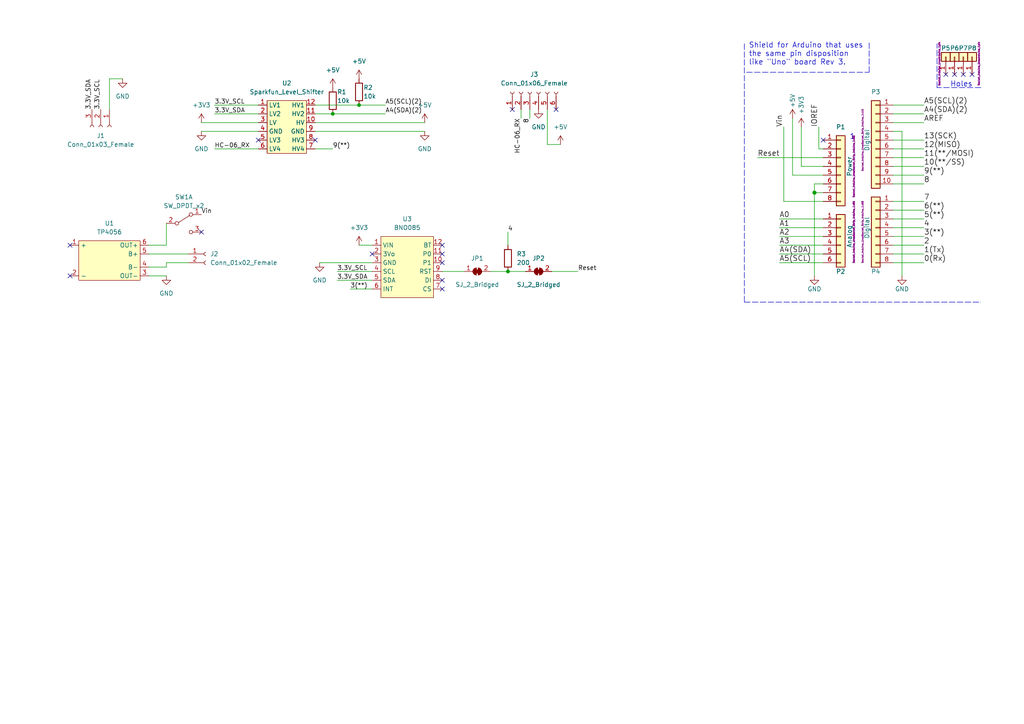
<source format=kicad_sch>
(kicad_sch (version 20211123) (generator eeschema)
  (paper "A4")
  (title_block (date "lun. 30 mars 2015"))
  (lib_symbols
    (symbol "Conn_01x08_1" (pin_names (offset 1.016) hide)
      (property "Reference" "P1" (at 0 11.43 0))
      (property "Value" "Power" (at 2.54 0 90))
      (property "Footprint" "Socket_Arduino_Uno:Socket_Strip_Arduino_1x08" (at 3.81 0 90))
      (symbol "Conn_01x08_1_1_1"
        (rectangle (start -1.27 -10.033) (end 0 -10.287) (stroke (width 0.1524)))
        (rectangle (start -1.27 -7.493) (end 0 -7.747) (stroke (width 0.1524)))
        (rectangle (start -1.27 -4.953) (end 0 -5.207) (stroke (width 0.1524)))
        (rectangle (start -1.27 -2.413) (end 0 -2.667) (stroke (width 0.1524)))
        (rectangle (start -1.27 0.127) (end 0 -0.127) (stroke (width 0.1524)))
        (rectangle (start -1.27 2.667) (end 0 2.413) (stroke (width 0.1524)))
        (rectangle (start -1.27 5.207) (end 0 4.953) (stroke (width 0.1524)))
        (rectangle (start -1.27 7.747) (end 0 7.493) (stroke (width 0.1524)))
        (rectangle (start -1.27 8.89) (end 1.27 -11.43) (stroke (width 0.254)) (fill (type background)))
        (pin passive line (at -5.08 7.62 0) (length 3.81) (name "Pin_1") (number "1"))
        (pin passive line (at -5.08 5.08 0) (length 3.81) (name "Pin_2") (number "2"))
        (pin passive line (at -5.08 2.54 0) (length 3.81) (name "Pin_3") (number "3"))
        (pin passive line (at -5.08 0 0) (length 3.81) (name "Pin_4") (number "4"))
        (pin passive line (at -5.08 -2.54 0) (length 3.81) (name "Pin_5") (number "5"))
        (pin passive line (at -5.08 -5.08 0) (length 3.81) (name "Pin_6") (number "6"))
        (pin passive line (at -5.08 -7.62 0) (length 3.81) (name "Pin_7") (number "7"))
        (pin passive line (at -5.08 -10.16 0) (length 3.81) (name "Pin_8") (number "8"))
      )
    )
    (symbol "Connector:Conn_01x02_Female" (pin_names (offset 1.016) hide)
      (property "Reference" "J" (at 0 2.54 0))
      (property "Value" "Conn_01x02_Female" (at 0 -5.08 0))
      (symbol "Conn_01x02_Female_1_1"
        (arc (start 0 -2.032) (mid -0.508 -2.54) (end 0 -3.048) (stroke (width 0.1524)))
        (polyline (pts (xy -1.27 -2.54) (xy -0.508 -2.54)) (stroke (width 0.1524)))
        (polyline (pts (xy -1.27 0) (xy -0.508 0)) (stroke (width 0.1524)))
        (arc (start 0 0.508) (mid -0.508 0) (end 0 -0.508) (stroke (width 0.1524)))
        (pin passive line (at -5.08 0 0) (length 3.81) (name "Pin_1") (number "1"))
        (pin passive line (at -5.08 -2.54 0) (length 3.81) (name "Pin_2") (number "2"))
      )
    )
    (symbol "Connector:Conn_01x03_Female" (pin_names (offset 1.016) hide)
      (property "Reference" "J" (at 0 5.08 0))
      (property "Value" "Conn_01x03_Female" (at 0 -5.08 0))
      (symbol "Conn_01x03_Female_1_1"
        (arc (start 0 -2.032) (mid -0.508 -2.54) (end 0 -3.048) (stroke (width 0.1524)))
        (polyline (pts (xy -1.27 -2.54) (xy -0.508 -2.54)) (stroke (width 0.1524)))
        (polyline (pts (xy -1.27 0) (xy -0.508 0)) (stroke (width 0.1524)))
        (polyline (pts (xy -1.27 2.54) (xy -0.508 2.54)) (stroke (width 0.1524)))
        (arc (start 0 0.508) (mid -0.508 0) (end 0 -0.508) (stroke (width 0.1524)))
        (arc (start 0 3.048) (mid -0.508 2.54) (end 0 2.032) (stroke (width 0.1524)))
        (pin passive line (at -5.08 2.54 0) (length 3.81) (name "Pin_1") (number "1"))
        (pin passive line (at -5.08 0 0) (length 3.81) (name "Pin_2") (number "2"))
        (pin passive line (at -5.08 -2.54 0) (length 3.81) (name "Pin_3") (number "3"))
      )
    )
    (symbol "Connector:Conn_01x06_Female" (pin_names (offset 1.016) hide)
      (property "Reference" "J" (at 0 7.62 0))
      (property "Value" "Conn_01x06_Female" (at 0 -10.16 0))
      (symbol "Conn_01x06_Female_1_1"
        (arc (start 0 -7.112) (mid -0.508 -7.62) (end 0 -8.128) (stroke (width 0.1524)))
        (arc (start 0 -4.572) (mid -0.508 -5.08) (end 0 -5.588) (stroke (width 0.1524)))
        (arc (start 0 -2.032) (mid -0.508 -2.54) (end 0 -3.048) (stroke (width 0.1524)))
        (polyline (pts (xy -1.27 -7.62) (xy -0.508 -7.62)) (stroke (width 0.1524)))
        (polyline (pts (xy -1.27 -5.08) (xy -0.508 -5.08)) (stroke (width 0.1524)))
        (polyline (pts (xy -1.27 -2.54) (xy -0.508 -2.54)) (stroke (width 0.1524)))
        (polyline (pts (xy -1.27 0) (xy -0.508 0)) (stroke (width 0.1524)))
        (polyline (pts (xy -1.27 2.54) (xy -0.508 2.54)) (stroke (width 0.1524)))
        (polyline (pts (xy -1.27 5.08) (xy -0.508 5.08)) (stroke (width 0.1524)))
        (arc (start 0 0.508) (mid -0.508 0) (end 0 -0.508) (stroke (width 0.1524)))
        (arc (start 0 3.048) (mid -0.508 2.54) (end 0 2.032) (stroke (width 0.1524)))
        (arc (start 0 5.588) (mid -0.508 5.08) (end 0 4.572) (stroke (width 0.1524)))
        (pin passive line (at -5.08 5.08 0) (length 3.81) (name "Pin_1") (number "1"))
        (pin passive line (at -5.08 2.54 0) (length 3.81) (name "Pin_2") (number "2"))
        (pin passive line (at -5.08 0 0) (length 3.81) (name "Pin_3") (number "3"))
        (pin passive line (at -5.08 -2.54 0) (length 3.81) (name "Pin_4") (number "4"))
        (pin passive line (at -5.08 -5.08 0) (length 3.81) (name "Pin_5") (number "5"))
        (pin passive line (at -5.08 -7.62 0) (length 3.81) (name "Pin_6") (number "6"))
      )
    )
    (symbol "Connector_Generic:Conn_01x01" (pin_names (offset 1.016) hide)
      (property "Reference" "J" (at 0 2.54 0))
      (property "Value" "Conn_01x01" (at 0 -2.54 0))
      (symbol "Conn_01x01_1_1"
        (rectangle (start -1.27 0.127) (end 0 -0.127) (stroke (width 0.1524)))
        (rectangle (start -1.27 1.27) (end 1.27 -1.27) (stroke (width 0.254)) (fill (type background)))
        (pin passive line (at -5.08 0 0) (length 3.81) (name "Pin_1") (number "1"))
      )
    )
    (symbol "Connector_Generic:Conn_01x06" (pin_names (offset 1.016) hide)
      (property "Reference" "J" (at 0 7.62 0))
      (property "Value" "Conn_01x06" (at 0 -10.16 0))
      (symbol "Conn_01x06_1_1"
        (rectangle (start -1.27 -7.493) (end 0 -7.747) (stroke (width 0.1524)))
        (rectangle (start -1.27 -4.953) (end 0 -5.207) (stroke (width 0.1524)))
        (rectangle (start -1.27 -2.413) (end 0 -2.667) (stroke (width 0.1524)))
        (rectangle (start -1.27 0.127) (end 0 -0.127) (stroke (width 0.1524)))
        (rectangle (start -1.27 2.667) (end 0 2.413) (stroke (width 0.1524)))
        (rectangle (start -1.27 5.207) (end 0 4.953) (stroke (width 0.1524)))
        (rectangle (start -1.27 6.35) (end 1.27 -8.89) (stroke (width 0.254)) (fill (type background)))
        (pin passive line (at -5.08 5.08 0) (length 3.81) (name "Pin_1") (number "1"))
        (pin passive line (at -5.08 2.54 0) (length 3.81) (name "Pin_2") (number "2"))
        (pin passive line (at -5.08 0 0) (length 3.81) (name "Pin_3") (number "3"))
        (pin passive line (at -5.08 -2.54 0) (length 3.81) (name "Pin_4") (number "4"))
        (pin passive line (at -5.08 -5.08 0) (length 3.81) (name "Pin_5") (number "5"))
        (pin passive line (at -5.08 -7.62 0) (length 3.81) (name "Pin_6") (number "6"))
      )
    )
    (symbol "Connector_Generic:Conn_01x08" (pin_names (offset 1.016) hide)
      (property "Reference" "J" (at 0 10.16 0))
      (property "Value" "Conn_01x08" (at 0 -12.7 0))
      (symbol "Conn_01x08_1_1"
        (rectangle (start -1.27 -10.033) (end 0 -10.287) (stroke (width 0.1524)))
        (rectangle (start -1.27 -7.493) (end 0 -7.747) (stroke (width 0.1524)))
        (rectangle (start -1.27 -4.953) (end 0 -5.207) (stroke (width 0.1524)))
        (rectangle (start -1.27 -2.413) (end 0 -2.667) (stroke (width 0.1524)))
        (rectangle (start -1.27 0.127) (end 0 -0.127) (stroke (width 0.1524)))
        (rectangle (start -1.27 2.667) (end 0 2.413) (stroke (width 0.1524)))
        (rectangle (start -1.27 5.207) (end 0 4.953) (stroke (width 0.1524)))
        (rectangle (start -1.27 7.747) (end 0 7.493) (stroke (width 0.1524)))
        (rectangle (start -1.27 8.89) (end 1.27 -11.43) (stroke (width 0.254)) (fill (type background)))
        (pin passive line (at -5.08 7.62 0) (length 3.81) (name "Pin_1") (number "1"))
        (pin passive line (at -5.08 5.08 0) (length 3.81) (name "Pin_2") (number "2"))
        (pin passive line (at -5.08 2.54 0) (length 3.81) (name "Pin_3") (number "3"))
        (pin passive line (at -5.08 0 0) (length 3.81) (name "Pin_4") (number "4"))
        (pin passive line (at -5.08 -2.54 0) (length 3.81) (name "Pin_5") (number "5"))
        (pin passive line (at -5.08 -5.08 0) (length 3.81) (name "Pin_6") (number "6"))
        (pin passive line (at -5.08 -7.62 0) (length 3.81) (name "Pin_7") (number "7"))
        (pin passive line (at -5.08 -10.16 0) (length 3.81) (name "Pin_8") (number "8"))
      )
    )
    (symbol "Connector_Generic:Conn_01x10" (pin_names (offset 1.016) hide)
      (property "Reference" "J" (at 0 12.7 0))
      (property "Value" "Conn_01x10" (at 0 -15.24 0))
      (symbol "Conn_01x10_1_1"
        (rectangle (start -1.27 -12.573) (end 0 -12.827) (stroke (width 0.1524)))
        (rectangle (start -1.27 -10.033) (end 0 -10.287) (stroke (width 0.1524)))
        (rectangle (start -1.27 -7.493) (end 0 -7.747) (stroke (width 0.1524)))
        (rectangle (start -1.27 -4.953) (end 0 -5.207) (stroke (width 0.1524)))
        (rectangle (start -1.27 -2.413) (end 0 -2.667) (stroke (width 0.1524)))
        (rectangle (start -1.27 0.127) (end 0 -0.127) (stroke (width 0.1524)))
        (rectangle (start -1.27 2.667) (end 0 2.413) (stroke (width 0.1524)))
        (rectangle (start -1.27 5.207) (end 0 4.953) (stroke (width 0.1524)))
        (rectangle (start -1.27 7.747) (end 0 7.493) (stroke (width 0.1524)))
        (rectangle (start -1.27 10.287) (end 0 10.033) (stroke (width 0.1524)))
        (rectangle (start -1.27 11.43) (end 1.27 -13.97) (stroke (width 0.254)) (fill (type background)))
        (pin passive line (at -5.08 10.16 0) (length 3.81) (name "Pin_1") (number "1"))
        (pin passive line (at -5.08 -12.7 0) (length 3.81) (name "Pin_10") (number "10"))
        (pin passive line (at -5.08 7.62 0) (length 3.81) (name "Pin_2") (number "2"))
        (pin passive line (at -5.08 5.08 0) (length 3.81) (name "Pin_3") (number "3"))
        (pin passive line (at -5.08 2.54 0) (length 3.81) (name "Pin_4") (number "4"))
        (pin passive line (at -5.08 0 0) (length 3.81) (name "Pin_5") (number "5"))
        (pin passive line (at -5.08 -2.54 0) (length 3.81) (name "Pin_6") (number "6"))
        (pin passive line (at -5.08 -5.08 0) (length 3.81) (name "Pin_7") (number "7"))
        (pin passive line (at -5.08 -7.62 0) (length 3.81) (name "Pin_8") (number "8"))
        (pin passive line (at -5.08 -10.16 0) (length 3.81) (name "Pin_9") (number "9"))
      )
    )
    (symbol "Device:R" (pin_numbers hide) (pin_names (offset 0))
      (property "Reference" "R" (at 2.032 0 90))
      (property "Value" "R" (at 0 0 90))
      (symbol "R_0_1"
        (rectangle (start -1.016 -2.54) (end 1.016 2.54) (stroke (width 0.254)))
      )
      (symbol "R_1_1"
        (pin passive line (at 0 3.81 270) (length 1.27) (name "~") (number "1"))
        (pin passive line (at 0 -3.81 90) (length 1.27) (name "~") (number "2"))
      )
    )
    (symbol "Jumper:SolderJumper_2_Bridged" (pin_names (offset 0) hide)
      (property "Reference" "JP" (at 0 2.032 0))
      (property "Value" "SolderJumper_2_Bridged" (at 0 -2.54 0))
      (symbol "SolderJumper_2_Bridged_0_1"
        (rectangle (start -0.508 0.508) (end 0.508 -0.508) (fill (type outline)))
        (arc (start -0.254 1.016) (mid -1.27 0) (end -0.254 -1.016))
        (arc (start -0.254 1.016) (mid -1.27 0) (end -0.254 -1.016) (fill (type outline)))
        (polyline (pts (xy -0.254 1.016) (xy -0.254 -1.016)))
        (polyline (pts (xy 0.254 1.016) (xy 0.254 -1.016)))
        (arc (start 0.254 -1.016) (mid 1.27 0) (end 0.254 1.016))
        (arc (start 0.254 -1.016) (mid 1.27 0) (end 0.254 1.016) (fill (type outline)))
      )
      (symbol "SolderJumper_2_Bridged_1_1"
        (pin passive line (at -3.81 0 0) (length 2.54) (name "A") (number "1"))
        (pin passive line (at 3.81 0 180) (length 2.54) (name "B") (number "2"))
      )
    )
    (symbol "Switch:SW_DPDT_x2" (pin_names (offset 0) hide)
      (property "Reference" "SW" (at 0 4.318 0))
      (property "Value" "SW_DPDT_x2" (at 0 -5.08 0))
      (symbol "SW_DPDT_x2_0_0"
        (circle (center -2.032 0) (radius 0.508))
        (circle (center 2.032 -2.54) (radius 0.508))
      )
      (symbol "SW_DPDT_x2_0_1"
        (polyline (pts (xy -1.524 0.254) (xy 1.651 2.286)))
        (circle (center 2.032 2.54) (radius 0.508))
      )
      (symbol "SW_DPDT_x2_1_1"
        (pin passive line (at 5.08 2.54 180) (length 2.54) (name "A") (number "1"))
        (pin passive line (at -5.08 0 0) (length 2.54) (name "B") (number "2"))
        (pin passive line (at 5.08 -2.54 180) (length 2.54) (name "C") (number "3"))
      )
      (symbol "SW_DPDT_x2_2_1"
        (pin passive line (at 5.08 2.54 180) (length 2.54) (name "A") (number "4"))
        (pin passive line (at -5.08 0 0) (length 2.54) (name "B") (number "5"))
        (pin passive line (at 5.08 -2.54 180) (length 2.54) (name "C") (number "6"))
      )
    )
    (symbol "TP4056:BNO085"
      (property "Reference" "U" (at 0 -22.86 0))
      (property "Value" "BNO085" (at 0 0 0))
      (symbol "BNO085_0_1"
        (rectangle (start -7.62 -2.54) (end 7.62 -20.32) (fill (type background)))
      )
      (symbol "BNO085_1_1"
        (pin power_in line (at -10.16 -5.08 0) (length 2.54) (name "VIN") (number "1"))
        (pin input line (at 10.16 -10.16 180) (length 2.54) (name "P1") (number "10"))
        (pin input line (at 10.16 -7.62 180) (length 2.54) (name "P0") (number "11"))
        (pin input line (at 10.16 -5.08 180) (length 2.54) (name "BT") (number "12"))
        (pin power_out line (at -10.16 -7.62 0) (length 2.54) (name "3Vo") (number "2"))
        (pin power_in line (at -10.16 -10.16 0) (length 2.54) (name "GND") (number "3"))
        (pin bidirectional line (at -10.16 -12.7 0) (length 2.54) (name "SCL") (number "4"))
        (pin bidirectional line (at -10.16 -15.24 0) (length 2.54) (name "SDA") (number "5"))
        (pin output line (at -10.16 -17.78 0) (length 2.54) (name "INT") (number "6"))
        (pin input line (at 10.16 -17.78 180) (length 2.54) (name "CS") (number "7"))
        (pin input line (at 10.16 -15.24 180) (length 2.54) (name "DI") (number "8"))
        (pin input line (at 10.16 -12.7 180) (length 2.54) (name "RST") (number "9"))
      )
    )
    (symbol "TP4056:Sparkfun_Level_Shifter"
      (property "Reference" "U" (at -20.32 -13.97 0))
      (property "Value" "Sparkfun_Level_Shifter" (at -19.05 -11.43 0))
      (symbol "Sparkfun_Level_Shifter_0_1"
        (rectangle (start -7.62 -19.05) (end 7.62 -19.05))
        (rectangle (start 7.62 -19.05) (end -7.62 -7.62) (fill (type background)))
      )
      (symbol "Sparkfun_Level_Shifter_1_1"
        (pin bidirectional line (at -6.35 -21.59 90) (length 2.54) (name "LV1") (number "1"))
        (pin power_in line (at -1.27 -5.08 270) (length 2.54) (name "HV") (number "10"))
        (pin bidirectional line (at -3.81 -5.08 270) (length 2.54) (name "HV2") (number "11"))
        (pin bidirectional line (at -6.35 -5.08 270) (length 2.54) (name "HV1") (number "12"))
        (pin bidirectional line (at -3.81 -21.59 90) (length 2.54) (name "LV2") (number "2"))
        (pin power_in line (at -1.27 -21.59 90) (length 2.54) (name "LV") (number "3"))
        (pin power_in line (at 1.27 -21.59 90) (length 2.54) (name "GND") (number "4"))
        (pin bidirectional line (at 3.81 -21.59 90) (length 2.54) (name "LV3") (number "5"))
        (pin bidirectional line (at 6.35 -21.59 90) (length 2.54) (name "LV4") (number "6"))
        (pin bidirectional line (at 6.35 -5.08 270) (length 2.54) (name "HV4") (number "7"))
        (pin bidirectional line (at 3.81 -5.08 270) (length 2.54) (name "HV3") (number "8"))
        (pin power_in line (at 1.27 -5.08 270) (length 2.54) (name "GND") (number "9"))
      )
    )
    (symbol "TP4056:TP4056"
      (property "Reference" "U1" (at 0 3.81 0))
      (property "Value" "TP4056" (at 0 1.27 0))
      (symbol "TP4056_0_1"
        (rectangle (start -8.89 -1.27) (end 8.89 -12.7) (fill (type background)))
      )
      (symbol "TP4056_1_1"
        (pin power_in line (at -11.43 -2.54 0) (length 2.54) (name "+") (number "1"))
        (pin power_in line (at -11.43 -11.43 0) (length 2.54) (name "-") (number "2"))
        (pin power_out line (at 11.43 -11.43 180) (length 2.54) (name "OUT-") (number "3"))
        (pin passive line (at 11.43 -8.89 180) (length 2.54) (name "B-") (number "4"))
        (pin passive line (at 11.43 -5.08 180) (length 2.54) (name "B+") (number "5"))
        (pin power_out line (at 11.43 -2.54 180) (length 2.54) (name "OUT+") (number "6"))
      )
    )
    (symbol "power:+3.3V" (power) (pin_names (offset 0))
      (property "Value" "+3.3V" (at 0 3.556 0))
      (symbol "+3.3V_0_1"
        (polyline (pts (xy -0.762 1.27) (xy 0 2.54)))
        (polyline (pts (xy 0 0) (xy 0 2.54)))
        (polyline (pts (xy 0 2.54) (xy 0.762 1.27)))
      )
      (symbol "+3.3V_1_1"
        (pin power_in line (at 0 0 90) (length 0) hide (name "+3V3") (number "1"))
      )
    )
    (symbol "power:+5V" (power) (pin_names (offset 0))
      (property "Value" "+5V" (at 0 3.556 0))
      (symbol "+5V_0_1"
        (polyline (pts (xy -0.762 1.27) (xy 0 2.54)))
        (polyline (pts (xy 0 0) (xy 0 2.54)))
        (polyline (pts (xy 0 2.54) (xy 0.762 1.27)))
      )
      (symbol "+5V_1_1"
        (pin power_in line (at 0 0 90) (length 0) hide (name "+5V") (number "1"))
      )
    )
    (symbol "power:GND" (power) (pin_names (offset 0))
      (property "Value" "GND" (at 0 -3.81 0))
      (symbol "GND_0_1"
        (polyline (pts (xy 0 0) (xy 0 -1.27) (xy 1.27 -1.27) (xy 0 -2.54) (xy -1.27 -1.27) (xy 0 -1.27)))
      )
      (symbol "GND_1_1"
        (pin power_in line (at 0 0 270) (length 0) hide (name "GND") (number "1"))
      )
    )
  )
  (junction (at 147.32 78.74))
  (junction (at 96.52 33.02))
  (junction (at 104.14 30.48))
  (junction (at 236.22 55.88) (diameter 1.016))
  (no_connect (at 279.4 21.59))
  (no_connect (at 274.32 21.59))
  (no_connect (at 276.86 21.59))
  (no_connect (at 58.42 67.31))
  (no_connect (at 20.32 80.01))
  (no_connect (at 20.32 71.12))
  (no_connect (at 281.94 21.59))
  (no_connect (at 238.76 40.64))
  (no_connect (at 107.95 73.66))
  (no_connect (at 128.27 76.2))
  (no_connect (at 128.27 71.12))
  (no_connect (at 128.27 81.28))
  (no_connect (at 128.27 83.82))
  (no_connect (at 128.27 73.66))
  (no_connect (at 148.59 31.75))
  (no_connect (at 161.29 31.75))
  (no_connect (at 91.44 40.64))
  (no_connect (at 74.93 40.64))
  (wire (pts (xy 43.18 71.12) (xy 48.26 71.12)))
  (wire (pts (xy 147.32 67.31) (xy 147.32 71.12)))
  (wire (pts (xy 43.18 73.66) (xy 54.61 73.66)))
  (wire (pts (xy 238.76 48.26) (xy 232.41 48.26)))
  (wire (pts (xy 238.76 71.12) (xy 226.06 71.12)))
  (wire (pts (xy 158.75 31.75) (xy 158.75 41.91)))
  (polyline (pts (xy 252.095 20.955) (xy 252.095 12.065)) (stroke (width 0) (type dash)))
  (wire (pts (xy 259.08 63.5) (xy 267.97 63.5)))
  (wire (pts (xy 58.42 35.56) (xy 74.93 35.56)))
  (wire (pts (xy 236.22 53.34) (xy 236.22 55.88)))
  (wire (pts (xy 48.26 71.12) (xy 48.26 64.77)))
  (wire (pts (xy 58.42 38.1) (xy 74.93 38.1)))
  (wire (pts (xy 259.08 43.18) (xy 267.97 43.18)))
  (wire (pts (xy 261.62 38.1) (xy 261.62 80.01)))
  (wire (pts (xy 238.76 53.34) (xy 236.22 53.34)))
  (wire (pts (xy 31.75 31.75) (xy 31.75 22.86)))
  (wire (pts (xy 43.18 77.47) (xy 48.26 77.47)))
  (wire (pts (xy 259.08 53.34) (xy 267.97 53.34)))
  (wire (pts (xy 237.49 43.18) (xy 238.76 43.18)))
  (wire (pts (xy 238.76 50.8) (xy 229.87 50.8)))
  (wire (pts (xy 104.14 30.48) (xy 111.76 30.48)))
  (wire (pts (xy 48.26 76.2) (xy 54.61 76.2)))
  (wire (pts (xy 101.6 83.82) (xy 107.95 83.82)))
  (wire (pts (xy 48.26 77.47) (xy 48.26 76.2)))
  (wire (pts (xy 259.08 40.64) (xy 267.97 40.64)))
  (wire (pts (xy 62.23 33.02) (xy 74.93 33.02)))
  (wire (pts (xy 97.79 78.74) (xy 107.95 78.74)))
  (wire (pts (xy 91.44 38.1) (xy 123.19 38.1)))
  (wire (pts (xy 91.44 35.56) (xy 123.19 35.56)))
  (wire (pts (xy 259.08 58.42) (xy 267.97 58.42)))
  (wire (pts (xy 238.76 66.04) (xy 226.06 66.04)))
  (wire (pts (xy 142.24 78.74) (xy 147.32 78.74)))
  (wire (pts (xy 259.08 30.48) (xy 267.97 30.48)))
  (wire (pts (xy 62.23 30.48) (xy 74.93 30.48)))
  (wire (pts (xy 259.08 71.12) (xy 267.97 71.12)))
  (wire (pts (xy 91.44 30.48) (xy 104.14 30.48)))
  (wire (pts (xy 238.76 58.42) (xy 227.33 58.42)))
  (wire (pts (xy 43.18 80.01) (xy 48.26 80.01)))
  (wire (pts (xy 153.67 31.75) (xy 153.67 34.29)))
  (wire (pts (xy 92.71 76.2) (xy 107.95 76.2)))
  (wire (pts (xy 238.76 63.5) (xy 226.06 63.5)))
  (wire (pts (xy 158.75 41.91) (xy 162.56 41.91)))
  (wire (pts (xy 259.08 45.72) (xy 267.97 45.72)))
  (wire (pts (xy 238.76 73.66) (xy 226.06 73.66)))
  (polyline (pts (xy 284.48 25.4) (xy 271.78 25.4)) (stroke (width 0) (type dash)))
  (wire (pts (xy 238.76 45.72) (xy 219.71 45.72)))
  (wire (pts (xy 259.08 38.1) (xy 261.62 38.1)))
  (wire (pts (xy 238.76 55.88) (xy 236.22 55.88)))
  (wire (pts (xy 259.08 50.8) (xy 267.97 50.8)))
  (wire (pts (xy 31.75 22.86) (xy 35.56 22.86)))
  (wire (pts (xy 236.22 55.88) (xy 236.22 80.01)))
  (wire (pts (xy 227.33 58.42) (xy 227.33 36.83)))
  (wire (pts (xy 147.32 78.74) (xy 152.4 78.74)))
  (polyline (pts (xy 215.9 87.63) (xy 284.48 87.63)) (stroke (width 0) (type dash)))
  (wire (pts (xy 259.08 68.58) (xy 267.97 68.58)))
  (wire (pts (xy 238.76 76.2) (xy 226.06 76.2)))
  (wire (pts (xy 167.64 78.74) (xy 160.02 78.74)))
  (wire (pts (xy 259.08 73.66) (xy 267.97 73.66)))
  (polyline (pts (xy 271.78 25.4) (xy 271.78 12.7)) (stroke (width 0) (type dash)))
  (wire (pts (xy 259.08 60.96) (xy 267.97 60.96)))
  (wire (pts (xy 104.14 71.12) (xy 107.95 71.12)))
  (wire (pts (xy 229.87 50.8) (xy 229.87 34.29)))
  (wire (pts (xy 91.44 43.18) (xy 96.52 43.18)))
  (wire (pts (xy 259.08 33.02) (xy 267.97 33.02)))
  (wire (pts (xy 259.08 66.04) (xy 267.97 66.04)))
  (wire (pts (xy 259.08 35.56) (xy 267.97 35.56)))
  (wire (pts (xy 96.52 33.02) (xy 111.76 33.02)))
  (polyline (pts (xy 215.9 12.7) (xy 215.9 87.63)) (stroke (width 0) (type dash)))
  (wire (pts (xy 128.27 78.74) (xy 134.62 78.74)))
  (wire (pts (xy 151.13 31.75) (xy 151.13 34.29)))
  (wire (pts (xy 97.79 81.28) (xy 107.95 81.28)))
  (wire (pts (xy 232.41 48.26) (xy 232.41 36.83)))
  (wire (pts (xy 237.49 36.83) (xy 237.49 43.18)))
  (wire (pts (xy 91.44 33.02) (xy 96.52 33.02)))
  (wire (pts (xy 259.08 76.2) (xy 267.97 76.2)))
  (wire (pts (xy 259.08 48.26) (xy 267.97 48.26)))
  (wire (pts (xy 62.23 43.18) (xy 74.93 43.18)))
  (wire (pts (xy 238.76 68.58) (xy 226.06 68.58)))
  (polyline (pts (xy 216.535 20.955) (xy 252.095 20.955)) (stroke (width 0) (type dash)))
  (text "Holes" (at 275.59 25.4 0) (effects (font (size 1.524 1.524)) (justify left bottom)))
  (text "Shield for Arduino that uses\nthe same pin disposition\nlike \"Uno\" board Rev 3." (at 217.17 19.05 0) (effects (font (size 1.524 1.524)) (justify left bottom)))
  (text "1" (at 246.38 40.64 0) (effects (font (size 1.524 1.524)) (justify left bottom)))
  (label "9(**)" (at 96.52 43.18 0))
  (label "Vin" (at 227.33 36.83 90) (effects (font (size 1.524 1.524))))
  (label "HC-06_RX" (at 62.23 43.18 0))
  (label "0(Rx)" (at 267.97 76.2 0) (effects (font (size 1.524 1.524))))
  (label "3(**)" (at 101.6 83.82 0))
  (label "A4(SDA)" (at 226.06 73.66 0) (effects (font (size 1.524 1.524))))
  (label "Vin" (at 58.42 62.23 0))
  (label "3.3V_SDA" (at 97.79 81.28 0))
  (label "8" (at 153.67 34.29 270))
  (label "3.3V_SDA" (at 62.23 33.02 0))
  (label "3.3V_SDA" (at 26.67 31.75 90))
  (label "Reset" (at 167.64 78.74 0))
  (label "4" (at 147.32 67.31 0))
  (label "HC-06_RX" (at 151.13 34.29 270))
  (label "4" (at 267.97 66.04 0) (effects (font (size 1.524 1.524))))
  (label "3.3V_SCL" (at 29.21 31.75 90))
  (label "5(**)" (at 267.97 63.5 0) (effects (font (size 1.524 1.524))))
  (label "A2" (at 226.06 68.58 0) (effects (font (size 1.524 1.524))))
  (label "A5(SCL)" (at 226.06 76.2 0) (effects (font (size 1.524 1.524))))
  (label "A0" (at 226.06 63.5 0) (effects (font (size 1.524 1.524))))
  (label "A1" (at 226.06 66.04 0) (effects (font (size 1.524 1.524))))
  (label "10(**/SS)" (at 267.97 48.26 0) (effects (font (size 1.524 1.524))))
  (label "13(SCK)" (at 267.97 40.64 0) (effects (font (size 1.524 1.524))))
  (label "7" (at 267.97 58.42 0) (effects (font (size 1.524 1.524))))
  (label "A4(SDA)(2)" (at 267.97 33.02 0) (effects (font (size 1.524 1.524))))
  (label "3.3V_SCL" (at 97.79 78.74 0))
  (label "A3" (at 226.06 71.12 0) (effects (font (size 1.524 1.524))))
  (label "Reset" (at 219.71 45.72 0) (effects (font (size 1.524 1.524))))
  (label "2" (at 267.97 71.12 0) (effects (font (size 1.524 1.524))))
  (label "12(MISO)" (at 267.97 43.18 0) (effects (font (size 1.524 1.524))))
  (label "3(**)" (at 267.97 68.58 0) (effects (font (size 1.524 1.524))))
  (label "9(**)" (at 267.97 50.8 0) (effects (font (size 1.524 1.524))))
  (label "A5(SCL)(2)" (at 111.76 30.48 0))
  (label "8" (at 267.97 53.34 0) (effects (font (size 1.524 1.524))))
  (label "3.3V_SCL" (at 62.23 30.48 0))
  (label "A5(SCL)(2)" (at 267.97 30.48 0) (effects (font (size 1.524 1.524))))
  (label "A4(SDA)(2)" (at 111.76 33.02 0))
  (label "IOREF" (at 237.49 36.83 90) (effects (font (size 1.524 1.524))))
  (label "AREF" (at 267.97 35.56 0) (effects (font (size 1.524 1.524))))
  (label "11(**/MOSI)" (at 267.97 45.72 0) (effects (font (size 1.524 1.524))))
  (label "1(Tx)" (at 267.97 73.66 0) (effects (font (size 1.524 1.524))))
  (label "6(**)" (at 267.97 60.96 0) (effects (font (size 1.524 1.524))))
  (symbol (lib_name "Conn_01x08_1") (lib_id "Connector_Generic:Conn_01x08") (at 243.84 48.26 0) (unit 1)
    (property "Reference" "P1" (at 243.84 36.83 0))
    (property "Value" "Power" (at 246.38 48.26 90))
    (property "Footprint" "Socket_Arduino_Uno:Socket_Strip_Arduino_1x08" (at 247.65 48.26 90) (effects (font (size 0.508 0.508))))
  )
  (symbol (lib_id "power:+3.3V") (at 232.41 36.83 0) (unit 1)
    (property "Reference" "#PWR01" (effects hide))
    (property "Value" "+3.3V" (at 232.41 30.48 90))
  )
  (symbol (lib_id "power:+5V") (at 229.87 34.29 0) (unit 1)
    (property "Reference" "#PWR02" (effects hide))
    (property "Value" "+5V" (at 229.87 29.21 90))
  )
  (symbol (lib_id "power:GND") (at 236.22 80.01 0) (unit 1)
    (property "Reference" "#PWR03" (effects hide))
    (property "Value" "GND" (at 236.22 83.82 0))
  )
  (symbol (lib_id "power:GND") (at 261.62 80.01 0) (unit 1)
    (property "Reference" "#PWR04" (effects hide))
    (property "Value" "GND" (at 261.62 83.82 0))
  )
  (symbol (lib_id "Connector_Generic:Conn_01x06") (at 243.84 68.58 0) (unit 1)
    (property "Reference" "P2" (at 243.84 78.74 0))
    (property "Value" "Analog" (at 246.38 68.58 90))
    (property "Footprint" "Socket_Arduino_Uno:Socket_Strip_Arduino_1x06" (at 247.65 67.31 90) (effects (font (size 0.508 0.508))))
  )
  (symbol (lib_id "Connector_Generic:Conn_01x01") (at 274.32 16.51 90) (unit 1)
    (property "Reference" "P5" (at 274.32 13.97 90))
    (property "Value" "CONN_01X01" (effects hide))
    (property "Footprint" "Socket_Arduino_Uno:Arduino_1pin" (at 272.4404 18.5166 0) (effects (font (size 0.508 0.508))))
  )
  (symbol (lib_id "Connector_Generic:Conn_01x01") (at 276.86 16.51 90) (unit 1)
    (property "Reference" "P6" (at 276.86 13.97 90))
    (property "Value" "CONN_01X01" (effects hide))
    (property "Footprint" "Socket_Arduino_Uno:Arduino_1pin" (effects hide))
  )
  (symbol (lib_id "Connector_Generic:Conn_01x01") (at 279.4 16.51 90) (unit 1)
    (property "Reference" "P7" (at 279.4 13.97 90))
    (property "Value" "CONN_01X01" (effects hide))
    (property "Footprint" "Socket_Arduino_Uno:Arduino_1pin" (effects hide))
  )
  (symbol (lib_id "Connector_Generic:Conn_01x01") (at 281.94 16.51 90) (unit 1)
    (property "Reference" "P8" (at 281.94 13.97 90))
    (property "Value" "CONN_01X01" (effects hide))
    (property "Footprint" "Socket_Arduino_Uno:Arduino_1pin" (at 283.9212 18.4404 0) (effects (font (size 0.508 0.508))))
  )
  (symbol (lib_id "Connector_Generic:Conn_01x08") (at 254 66.04 0) (mirror y) (unit 1)
    (property "Reference" "P4" (at 254 78.74 0))
    (property "Value" "Digital" (at 251.46 66.04 90))
    (property "Footprint" "Socket_Arduino_Uno:Socket_Strip_Arduino_1x08" (at 250.19 67.31 90) (effects (font (size 0.508 0.508))))
  )
  (symbol (lib_id "Connector_Generic:Conn_01x10") (at 254 40.64 0) (mirror y) (unit 1)
    (property "Reference" "P3" (at 254 26.67 0))
    (property "Value" "Digital" (at 251.46 40.64 90))
    (property "Footprint" "Socket_Arduino_Uno:Socket_Strip_Arduino_1x10" (at 250.19 40.64 90) (effects (font (size 0.508 0.508))))
  )
  (symbol (lib_id "power:+5V") (at 162.56 41.91 0) (unit 1)
    (property "Reference" "#PWR0102" (effects hide))
    (property "Value" "+5V" (at 162.56 36.83 0))
  )
  (symbol (lib_id "Device:R") (at 147.32 74.93 0) (unit 1)
    (property "Reference" "R3" (at 149.86 73.6599 0) (effects (justify left)))
    (property "Value" "200" (at 149.86 76.1999 0) (effects (justify left)))
    (property "Footprint" "Resistor_SMD:R_0603_1608Metric_Pad0.98x0.95mm_HandSolder" (effects hide))
  )
  (symbol (lib_id "Jumper:SolderJumper_2_Bridged") (at 156.21 78.74 0) (unit 1)
    (property "Reference" "JP2" (at 156.21 74.93 0))
    (property "Value" "SJ_2_Bridged" (at 156.21 82.55 0))
    (property "Footprint" "Jumper:SolderJumper-2_P1.3mm_Open_RoundedPad1.0x1.5mm" (effects hide))
  )
  (symbol (lib_id "Device:R") (at 104.14 26.67 0) (unit 1)
    (property "Reference" "R2" (at 105.41 25.4 0) (effects (justify left)))
    (property "Value" "10k" (at 105.41 27.94 0) (effects (justify left)))
    (property "Footprint" "Resistor_SMD:R_0603_1608Metric_Pad0.98x0.95mm_HandSolder" (effects hide))
  )
  (symbol (lib_id "power:+5V") (at 104.14 22.86 0) (unit 1)
    (property "Reference" "#PWR010" (effects hide))
    (property "Value" "+5V" (at 104.14 17.78 0))
  )
  (symbol (lib_id "Connector:Conn_01x02_Female") (at 59.69 73.66 0) (unit 1)
    (property "Reference" "J2" (at 60.96 73.6599 0) (effects (justify left)))
    (property "Value" "Conn_01x02_Female" (at 60.96 76.1999 0) (effects (justify left)))
    (property "Footprint" "Connector_PinSocket_2.54mm:PinSocket_1x02_P2.54mm_Vertical" (effects hide))
  )
  (symbol (lib_id "power:GND") (at 156.21 31.75 0) (unit 1)
    (property "Reference" "#PWR0101" (effects hide))
    (property "Value" "GND" (at 156.21 36.83 0))
  )
  (symbol (lib_id "power:+5V") (at 123.19 35.56 0) (unit 1)
    (property "Reference" "#PWR011" (effects hide))
    (property "Value" "+5V" (at 123.19 30.48 0))
  )
  (symbol (lib_id "power:GND") (at 92.71 76.2 0) (unit 1)
    (property "Reference" "#PWR013" (effects hide))
    (property "Value" "GND" (at 92.71 81.28 0))
  )
  (symbol (lib_id "power:+3.3V") (at 58.42 35.56 0) (unit 1)
    (property "Reference" "#PWR05" (effects hide))
    (property "Value" "+3.3V" (at 58.42 30.48 0))
  )
  (symbol (lib_id "Switch:SW_DPDT_x2") (at 53.34 64.77 0) (unit 1)
    (property "Reference" "SW1" (at 53.34 57.15 0))
    (property "Value" "SW_DPDT_x2" (at 53.34 59.69 0))
    (property "Footprint" "Connector_PinHeader_2.54mm:PinHeader_1x03_P2.54mm_Vertical" (effects hide))
  )
  (symbol (lib_id "Connector:Conn_01x06_Female") (at 153.67 26.67 90) (unit 1)
    (property "Reference" "J3" (at 154.94 21.59 90))
    (property "Value" "Conn_01x06_Female" (at 154.94 24.13 90))
    (property "Footprint" "Connector_PinSocket_2.54mm:PinSocket_1x06_P2.54mm_Vertical" (effects hide))
  )
  (symbol (lib_id "power:GND") (at 58.42 38.1 0) (unit 1)
    (property "Reference" "#PWR06" (effects hide))
    (property "Value" "GND" (at 58.42 43.18 0))
  )
  (symbol (lib_id "TP4056:TP4056") (at 31.75 68.58 0) (unit 1)
    (property "Reference" "U1" (at 31.75 64.77 0))
    (property "Value" "TP4056" (at 31.75 67.31 0))
    (property "Footprint" "Air_Bearing:TP4056" (effects hide))
  )
  (symbol (lib_id "Jumper:SolderJumper_2_Bridged") (at 138.43 78.74 0) (unit 1)
    (property "Reference" "JP1" (at 138.43 74.93 0))
    (property "Value" "SJ_2_Bridged" (at 138.43 82.55 0))
    (property "Footprint" "Jumper:SolderJumper-2_P1.3mm_Open_RoundedPad1.0x1.5mm" (effects hide))
  )
  (symbol (lib_id "TP4056:BNO085") (at 118.11 66.04 0) (unit 1)
    (property "Reference" "U3" (at 118.11 63.5 0))
    (property "Value" "BNO085" (at 118.11 66.04 0))
    (property "Footprint" "Air_Bearing:BNO085" (effects hide))
  )
  (symbol (lib_id "power:+3.3V") (at 104.14 71.12 0) (unit 1)
    (property "Reference" "#PWR014" (effects hide))
    (property "Value" "+3.3V" (at 104.14 66.04 0))
  )
  (symbol (lib_id "TP4056:Sparkfun_Level_Shifter") (at 96.52 36.83 270) (unit 1)
    (property "Reference" "U2" (at 83.185 24.13 90))
    (property "Value" "Sparkfun_Level_Shifter" (at 83.185 26.67 90))
    (property "Footprint" "Air_Bearing:Level_Shifter" (effects hide))
  )
  (symbol (lib_id "Device:R") (at 96.52 29.21 0) (unit 1)
    (property "Reference" "R1" (at 97.79 26.67 0) (effects (justify left)))
    (property "Value" "10k" (at 97.79 29.21 0) (effects (justify left)))
    (property "Footprint" "Resistor_SMD:R_0603_1608Metric_Pad0.98x0.95mm_HandSolder" (effects hide))
  )
  (symbol (lib_id "power:GND") (at 48.26 80.01 0) (unit 1)
    (property "Reference" "#PWR08" (effects hide))
    (property "Value" "GND" (at 48.26 85.09 0))
  )
  (symbol (lib_id "power:GND") (at 35.56 22.86 0) (unit 1)
    (property "Reference" "#PWR07" (effects hide))
    (property "Value" "GND" (at 35.56 27.94 0))
  )
  (symbol (lib_id "power:+5V") (at 96.52 25.4 0) (unit 1)
    (property "Reference" "#PWR09" (effects hide))
    (property "Value" "+5V" (at 96.52 20.32 0))
  )
  (symbol (lib_id "Connector:Conn_01x03_Female") (at 29.21 36.83 270) (unit 1)
    (property "Reference" "J1" (at 29.21 39.37 90))
    (property "Value" "Conn_01x03_Female" (at 29.21 41.91 90))
    (property "Footprint" "Connector_PinSocket_2.54mm:PinSocket_1x03_P2.54mm_Vertical" (effects hide))
  )
  (symbol (lib_id "power:GND") (at 123.19 38.1 0) (unit 1)
    (property "Reference" "#PWR012" (effects hide))
    (property "Value" "GND" (at 123.19 43.18 0))
  )
)
</source>
